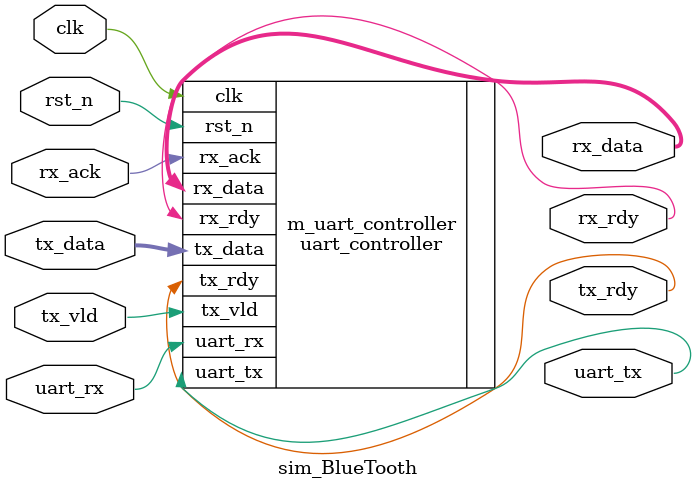
<source format=v>
module sim_BlueTooth #(
	parameter		// config
					CLK_FRE								=	50,		// 50MHz
					BAUD_RATE							=	9600,	// 9600Hz (4800, 19200, 38400, 57600, 115200, 38400...)
					TX_DATA_BYTE_WIDTH					=	11,		// 11 bytes to transmit
					RX_DATA_BYTE_WIDTH					=	11		// 11 bytes to receive
	`ifndef			TX_DATA_BIT_WIDTH
	`define			TX_DATA_BIT_WIDTH					(TX_DATA_BYTE_WIDTH << 3)
	`endif
	`ifndef			RX_DATA_BIT_WIDTH
	`define			RX_DATA_BIT_WIDTH					(RX_DATA_BYTE_WIDTH << 3)
	`endif
) (
	input						clk						,
	input						rst_n					,

	// uart signals
	input						uart_rx					,
	output						uart_tx					,		// should connect with BlueTooth_Txd in BlueToothController.v

	// inner data
	input		[`TX_DATA_BIT_WIDTH - 1:0]	tx_data		,		// data
	input									tx_vld		,		// start the transmit process
	output									tx_rdy		,		// transmit process complete
	output		[`RX_DATA_BIT_WIDTH - 1:0]	rx_data		,		// data
	input									rx_ack		,		// data is received by receiver buffer					(RX_WAIT)
	output									rx_rdy				// send signal to receiver buffer that data is ready
);

	// uart_controller
	uart_controller #(
		.CLK_FRE(CLK_FRE),								// 50MHz
		.BAUD_RATE(BAUD_RATE),							// 115200Hz
		.TX_DATA_BYTE_WIDTH(TX_DATA_BYTE_WIDTH),		// 11 bytes to transmit
		.RX_DATA_BYTE_WIDTH(RX_DATA_BYTE_WIDTH)			// 11 bytes to receive
	) m_uart_controller (
		.clk			(clk				),
		.rst_n			(rst_n				),
		.uart_rx		(uart_rx			),
		.uart_tx		(uart_tx			),

		// inner data
		.tx_data		(tx_data			),		// data
		.tx_vld			(tx_vld				),		// start the transmit process
		.tx_rdy			(tx_rdy				),		// transmit process complete
		.rx_data		(rx_data			),		// data
		.rx_ack			(rx_ack				),		// data is received by receiver buffer					(RX_WAIT)
		.rx_rdy			(rx_rdy				)		// send signal to receiver buffer that data is ready
	);

endmodule

</source>
